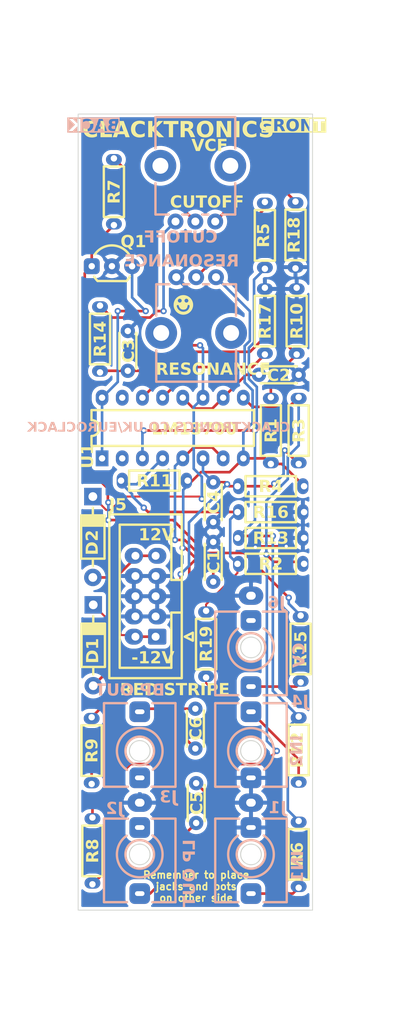
<source format=kicad_pcb>
(kicad_pcb (version 20240108) (generator "pcbnew") (generator_version "8.0")
  (layers (0 "F.Cu" signal) (31 "B.Cu" signal) (34 "B.Paste" user) (35 "F.Paste" user) (36 "B.SilkS" user "B.Silkscreen") (37 "F.SilkS" user "F.Silkscreen") (38 "B.Mask" user) (39 "F.Mask" user) (44 "Edge.Cuts" user))
  (net 0 "")
  (net 1 "Net-(C1-Pad1)")
  (net 2 "GND")
  (net 3 "Net-(C2-Pad1)")
  (net 4 "+12V")
  (net 5 "-12V")
  (net 6 "Net-(D1-K)")
  (net 7 "Net-(D2-A)")
  (net 8 "Net-(J1-PadT)")
  (net 10 "Net-(C5-Pad2)")
  (net 12 "Net-(J4-PadT)")
  (net 13 "Net-(R1-Pad1)")
  (net 14 "Net-(U1A-+)")
  (net 15 "Net-(U1C--)")
  (net 16 "Net-(R5-Pad1)")
  (net 17 "Net-(U1C-+)")
  (net 18 "Net-(R7-Pad2)")
  (net 19 "Net-(U1A--)")
  (net 22 "Net-(J6-PadT)")
  (net 24 "Net-(Q1-E)")
  (net 25 "Net-(Q1-C)")
  (net 26 "Net-(R14-Pad2)")
  (net 27 "Net-(C5-Pad1)")
  (net 28 "Net-(R18-Pad1)")
  (net 29 "Net-(C6-Pad2)")
  (net 30 "Net-(C6-Pad1)")
  (net 31 "Net-(R19-Pad2)")
  (footprint "BYOM_General:R_Axial_DIN0204_L3.6mm_D1.6mm_P7.62mm_Horizontal" (layer "F.Cu") (at 148.75 93.2 90)
    (property "Reference" "R17")
    (property "Value" "1k")
  )
  (footprint "BYOM_General:R_Axial_DIN0204_L3.6mm_D1.6mm_P7.62mm_Horizontal" (layer "F.Cu") (at 148.75 74.05 -90)
    (property "Reference" "R5")
    (property "Value" "22k")
  )
  (footprint "BYOM_General:R_Axial_DIN0204_L3.6mm_D1.6mm_P7.62mm_Horizontal" (layer "F.Cu") (at 153 138.69 -90)
    (property "Reference" "R12")
    (property "Value" "100k")
  )
  (footprint "BYOM_General:R_Axial_DIN0204_L3.6mm_D1.6mm_P7.62mm_Horizontal" (layer "F.Cu") (at 145.3 113)
    (property "Reference" "R16")
    (property "Value" "1k")
  )
  (footprint "BYOM_General:R_Axial_DIN0204_L3.6mm_D1.6mm_P7.62mm_Horizontal" (layer "F.Cu") (at 130.65 109.05)
    (property "Reference" "R11")
    (property "Value" "22k")
  )
  (footprint "BYOM_General:R_Axial_DIN0204_L3.6mm_D1.6mm_P7.62mm_Horizontal" (layer "F.Cu") (at 153 106.95 90)
    (property "Reference" "R3")
    (property "Value" "22k")
  )
  (footprint "BYOM_General:R_Axial_DIN0204_L3.6mm_D1.6mm_P7.62mm_Horizontal" (layer "F.Cu") (at 152.75 93.2 90)
    (property "Reference" "R10")
    (property "Value" "1k")
  )
  (footprint "BYOM_General:C_TH_Disc_P5.00mm" (layer "F.Cu") (at 142.25 121.75 90)
    (property "Reference" "C1")
    (property "Value" "470pF")
  )
  (footprint "BYOM_General:TO-92_Inline_Wide" (layer "F.Cu") (at 126.96 82.114175)
    (property "Reference" "Q1")
    (property "Value" "2N3906")
  )
  (footprint "BYOM_General:R_Axial_DIN0204_L3.6mm_D1.6mm_P7.62mm_Horizontal" (layer "F.Cu") (at 128 95.45 90)
    (property "Reference" "R14")
    (property "Value" "100k")
  )
  (footprint "BYOM_General:R_Axial_DIN0204_L3.6mm_D1.6mm_P7.62mm_Horizontal" (layer "F.Cu") (at 129.75 76.95 90)
    (property "Reference" "R7")
    (property "Value" "10k")
  )
  (footprint "BYOM_General:R_Axial_DIN0204_L3.6mm_D1.6mm_P7.62mm_Horizontal" (layer "F.Cu") (at 141.35 125.4 -90)
    (property "Reference" "R19")
    (property "Value" "100k")
  )
  (footprint "BYOM_General:R_Axial_DIN0204_L3.6mm_D1.6mm_P7.62mm_Horizontal" (layer "F.Cu") (at 153.25 134.382 90)
    (property "Reference" "R15")
    (property "Value" "10k")
  )
  (footprint "BYOM_General:R_Axial_DIN0204_L3.6mm_D1.6mm_P7.62mm_Horizontal" (layer "F.Cu") (at 145.3 119.5)
    (property "Reference" "R2")
    (property "Value" "100k")
  )
  (footprint "BYOM_General:C_TH_Disc_P5.00mm" (layer "F.Cu") (at 140.1 152.05 90)
    (property "Reference" "C5")
    (property "Value" "100n")
  )
  (footprint "BYOM_General:R_Axial_DIN0204_L3.6mm_D1.6mm_P7.62mm_Horizontal" (layer "F.Cu") (at 145.3 116.25)
    (property "Reference" "R13")
    (property "Value" "1k")
  )
  (footprint "BYOM_General:C_TH_Disc_P5.00mm" (layer "F.Cu") (at 142.25 114.25 90)
    (property "Reference" "C4")
    (property "Value" "100n")
  )
  (footprint "BYOM_General:DIP-16_W7.62mm_LongPads" (layer "F.Cu") (at 128.26 106.25 90)
    (property "Reference" "U1")
    (property "Value" "LM13700")
  )
  (footprint "BYOM_General:R_Axial_DIN0204_L3.6mm_D1.6mm_P7.62mm_Horizontal" (layer "F.Cu") (at 149.5 106.95 90)
    (property "Reference" "R1")
    (property "Value" "22k")
  )
  (footprint "BYOM_General:R_Axial_DIN0204_L3.6mm_D1.6mm_P7.62mm_Horizontal" (layer "F.Cu") (at 127.05 159.75 90)
    (property "Reference" "R8")
    (property "Value" "1k")
  )
  (footprint "BYOM_General:C_TH_Disc_P5.00mm" (layer "F.Cu") (at 148 95.75)
    (property "Reference" "C2")
    (property "Value" "470pF")
  )
  (footprint "BYOM_General:C_TH_Disc_P5.00mm" (layer "F.Cu") (at 131.5 95.25 90)
    (property "Reference" "C3")
    (property "Value" "100n")
  )
  (footprint "BYOM_General:IDC-Header_2x05_P2.54mm_Vertical" (layer "F.Cu") (at 135 128.65 180)
    (property "Reference" "J5")
    (property "Value" "Eurorack socket")
  )
  (footprint "BYOM_General:R_Axial_DIN0204_L3.6mm_D1.6mm_P7.62mm_Horizontal" (layer "F.Cu") (at 126.95 147.15 90)
    (property "Reference" "R9")
    (property "Value" "1k")
  )
  (footprint "BYOM_General:R_Axial_DIN0204_L3.6mm_D1.6mm_P7.62mm_Horizontal" (layer "F.Cu") (at 145.3 109.75)
    (property "Reference" "R4")
    (property "Value" "22k")
  )
  (footprint "BYOM_General:C_TH_Disc_P5.00mm" (layer "F.Cu") (at 140 142.7 90)
    (property "Reference" "C6")
    (property "Value" "100n")
  )
  (footprint "Clacktronics:face" (layer "F.Cu") (at 138.5 87)
    (property "Reference" "G***" (hide yes))
    (property "Value" "LOGO" (hide yes))
  )
  (footprint "BYOM_General:D_TH_DO-41_P10.16mm" (layer "F.Cu") (at 127.15 124.65 -90)
    (property "Reference" "D1")
    (property "Value" "1N5817")
  )
  (footprint "BYOM_General:R_Axial_DIN0204_L3.6mm_D1.6mm_P7.62mm_Horizontal" (layer "F.Cu") (at 152.6 74 -90)
    (property "Reference" "R18")
    (property "Value" "10k")
  )
  (footprint "BYOM_General:D_TH_DO-41_P10.16mm" (layer "F.Cu") (at 127.1 111.05 -90)
    (property "Reference" "D2")
    (property "Value" "1N5817")
  )
  (footprint "BYOM_General:R_Axial_DIN0204_L3.6mm_D1.6mm_P7.62mm_Horizontal" (layer "F.Cu") (at 153 151.8 -90)
    (property "Reference" "R6")
    (property "Value" "100k")
  )
  (footprint "BYOM_General:Jack_3.5mm_QingPu_WQP-PJ398SM_Vertical" (layer "B.Cu") (at 147 156)
    (property "Reference" "J1")
    (property "Value" "AUDIO IN 2")
    (fp_circle (center 0 0) (end 1.3 0) (stroke (width 0.12)) (fill none) (layer "Edge.Cuts"))
  )
  (footprint "BYOM_General:Jack_3.5mm_QingPu_WQP-PJ398SM_Vertical" (layer "B.Cu") (at 133 143 180)
    (property "Reference" "J3")
    (property "Value" "BP OUT")
    (fp_circle (center 0 0) (end 1.3 0) (stroke (width 0.12)) (fill none) (layer "Edge.Cuts"))
  )
  (footprint "BYOM_General:Jack_3.5mm_QingPu_WQP-PJ398SM_Vertical" (layer "B.Cu") (at 133 156)
    (property "Reference" "J2")
    (property "Value" "LP OUT")
    (fp_circle (center 0 0) (end 1.3 0) (stroke (width 0.12)) (fill none) (layer "Edge.Cuts"))
  )
  (footprint "BYOM_General:Jack_3.5mm_QingPu_WQP-PJ398SM_Vertical" (layer "B.Cu") (at 147 143 180)
    (property "Reference" "J4")
    (property "Value" "AUDIO IN 1")
    (fp_circle (center 0 0) (end 1.3 0) (stroke (width 0.12)) (fill none) (layer "Edge.Cuts"))
  )
  (footprint "BYOM_General:POT_TH_Alps_RK09K_Single_Vertical" (layer "B.Cu") (at 140 69 180)
    (property "Reference" "RV2" (hide yes))
    (property "Value" "100k")
  )
  (footprint "BYOM_General:POT_TH_Alps_RK09K_Single_Vertical" (layer "B.Cu") (at 140.1 91)
    (property "Reference" "RV1" (hide yes))
    (property "Value" "100k")
  )
  (footprint "BYOM_General:Jack_3.5mm_QingPu_WQP-PJ398SM_Vertical" (layer "B.Cu") (at 147 130)
    (property "Reference" "J6")
    (property "Value" "CUTOFF CV")
    (fp_circle (center 0 0) (end 1.3 0) (stroke (width 0.12)) (fill none) (layer "Edge.Cuts"))
  )
  (gr_line (start 154.75 163) (end 154.75 63) (stroke (width 0.1)) (layer "Edge.Cuts"))
  (gr_line (start 125.25 63) (end 125.25 163) (stroke (width 0.1)) (layer "Edge.Cuts"))
  (gr_line (start 125.25 163) (end 154.75 163) (stroke (width 0.1)) (layer "Edge.Cuts"))
  (gr_line (start 154.75 63) (end 125.25 63) (stroke (width 0.1)) (layer "Edge.Cuts"))
  (gr_text "RESONANCE" (at 145.5 82.4 0) (layer "B.SilkS") (effects (font (size 1.5 1.5) (thickness 0.15) (bold yes)) (justify left bottom mirror)))
  (gr_text "IN1\n" (at 153.8 155.5 90) (layer "B.SilkS") (effects (font (size 1.5 1.5) (thickness 0.15) (bold yes)) (justify left bottom mirror)))
  (gr_text "BACK" (at 130.5 65.4 0) (layer "B.SilkS" knockout) (effects (font (size 1.5 1.5) (thickness 0.3) (bold yes)) (justify left bottom mirror)))
  (gr_text "BP OUT" (at 136.15 136.3 0) (layer "B.SilkS") (effects (font (size 1.5 1.5) (thickness 0.15) (bold yes)) (justify left bottom mirror)))
  (gr_text "CUTOFF" (at 142.8 79.4 0) (layer "B.SilkS") (effects (font (size 1.5 1.5) (thickness 0.15) (bold yes)) (justify left bottom mirror)))
  (gr_text "LP OUT" (at 140.2 154.1 90) (layer "B.SilkS") (effects (font (size 1.5 1.5) (thickness 0.15) (bold yes)) (justify left bottom mirror)))
  (gr_text "CV" (at 154 129.4 90) (layer "B.SilkS") (effects (font (size 1.5 1.5) (thickness 0.15) (bold yes)) (justify left bottom mirror)))
  (gr_text "IN2" (at 153.7 141 90) (layer "B.SilkS") (effects (font (size 1.5 1.5) (thickness 0.15) (bold yes)) (justify left bottom mirror)))
  (gr_text "CLACKTRONICS.CO.UK/EUROCLACK" (at 151.9 103.1 0) (layer "B.SilkS") (effects (font (size 1.2 1.2)) (justify left bottom mirror)))
  (gr_text "FRONT" (at 148.3 65.4 0) (layer "F.SilkS" knockout) (effects (font (size 1.5 1.5) (thickness 0.3) (bold yes)) (justify left bottom)))
  (gr_text "12V" (at 132.85 116.8 0) (layer "F.SilkS") (effects (font (size 1.5 1.5)) (justify left bottom)))
  (gr_text "CLACKTRONICS" (at 125.75 66.25 0) (layer "F.SilkS") (effects (font (size 2 2)) (justify left bottom)))
  (gr_text "-12V\n" (at 131.95 132.25 0) (layer "F.SilkS") (effects (font (size 1.5 1.5)) (justify left bottom)))
  (gr_text "RED STRIPE" (at 130.5 136.25 0) (layer "F.SilkS") (effects (font (size 1.5 1.5)) (justify left bottom)))
  (gr_text "Remember to place\njacks and pots\non other side" (at 140.1 162 0) (layer "F.SilkS") (effects (font (size 0.9 0.9) (thickness 0.2) (bold yes)) (justify bottom)))
  (gr_text "CUTOFF" (at 136.8 75 0) (layer "F.SilkS") (effects (font (size 1.5 1.5) (thickness 0.15) (bold yes)) (justify left bottom)))
  (gr_text "RESONANCE" (at 135 96 0) (layer "F.SilkS") (effects (font (size 1.5 1.5) (thickness 0.15) (bold yes)) (justify left bottom)))
  (gr_text "LM13700" (at 134.5 103.5 0) (layer "F.SilkS") (effects (font (size 1.5 1.5) (thickness 0.15) (bold yes)) (justify left bottom)))
  (gr_text "VCF" (at 139.5 67.9 0) (layer "F.SilkS") (effects (font (size 1.5 1.5) (thickness 0.3) (bold yes)) (justify left bottom)))
  (segment (start 138.42 106.25) (end 139.785 104.885) (width 0.33) (layer "F.Cu") (net 1))
  (segment (start 139.785 104.885) (end 142.135 104.885) (width 0.33) (layer "F.Cu") (net 1))
  (segment (start 142.135 104.885) (end 143.5 106.25) (width 0.33) (layer "F.Cu") (net 1))
  (segment (start 138.652585 116.5) (end 137.435 116.5) (width 0.33) (layer "F.Cu") (net 1))
  (segment (start 142.25 121.75) (end 142.25 120.097415) (width 0.33) (layer "F.Cu") (net 1))
  (segment (start 142.25 120.097415) (end 138.652585 116.5) (width 0.33) (layer "F.Cu") (net 1))
  (via (at 137.435 116.5) (size 0.8) (drill 0.4) (layers "F.Cu" "B.Cu") (net 1))
  (segment (start 138.42 106.25) (end 137.435 107.235) (width 0.33) (layer "B.Cu") (net 1))
  (segment (start 137.435 107.235) (end 137.435 116.5) (width 0.33) (layer "B.Cu") (net 1))
  (segment (start 147.66 117.3) (end 147.55 117.41) (width 0.33) (layer "F.Cu") (net 2))
  (segment (start 151.44 117.3) (end 147.66 117.3) (width 0.33) (layer "F.Cu") (net 2))
  (via (at 151.44 117.3) (size 0.8) (drill 0.4) (layers "F.Cu" "B.Cu") (net 2))
  (via (at 147.55 117.41) (size 0.8) (drill 0.4) (layers "F.Cu" "B.Cu") (net 2))
  (segment (start 147.03 117.93) (end 147.03 123.47) (width 0.33) (layer "B.Cu") (net 2))
  (segment (start 151.48 116.51) (end 151.44 116.55) (width 0.33) (layer "B.Cu") (net 2))
  (segment (start 153.682 116.25) (end 151.74 116.25) (width 0.33) (layer "B.Cu") (net 2))
  (segment (start 147.03 123.47) (end 147 123.5) (width 0.33) (layer "B.Cu") (net 2))
  (segment (start 147.55 117.41) (end 147.03 117.93) (width 0.33) (layer "B.Cu") (net 2))
  (segment (start 151.74 116.25) (end 151.48 116.51) (width 0.33) (layer "B.Cu") (net 2))
  (segment (start 151.44 116.55) (end 151.44 117.3) (width 0.33) (layer "B.Cu") (net 2))
  (segment (start 142.135 99.995) (end 139.785 99.995) (width 0.33) (layer "F.Cu") (net 3))
  (segment (start 146.38 95.75) (end 143.5 98.63) (width 0.33) (layer "F.Cu") (net 3))
  (segment (start 148 95.75) (end 146.38 95.75) (width 0.33) (layer "F.Cu") (net 3))
  (segment (start 143.5 98.63) (end 142.135 99.995) (width 0.33) (layer "F.Cu") (net 3))
  (segment (start 139.785 99.995) (end 138.42 98.63) (width 0.33) (layer "F.Cu") (net 3))
  (segment (start 135 95.25) (end 138.2 92.05) (width 0.33) (layer "F.Cu") (net 4))
  (segment (start 140.516552 111.05) (end 140.815 111.348448) (width 0.25) (layer "F.Cu") (net 4))
  (segment (start 138.2 92.05) (end 140.58817 92.05) (width 0.33) (layer "F.Cu") (net 4))
  (segment (start 129.35 112.73) (end 131.03 111.05) (width 0.25) (layer "F.Cu") (net 4))
  (segment (start 131.03 111.05) (end 140.516552 111.05) (width 0.25) (layer "F.Cu") (net 4))
  (segment (start 131.5 95.25) (end 135 95.25) (width 0.33) (layer "F.Cu") (net 4))
  (segment (start 140.806552 111.34) (end 140.815 111.348448) (width 0.33) (layer "F.Cu") (net 4))
  (segment (start 128.2 95.25) (end 131.5 95.25) (width 0.33) (layer "F.Cu") (net 4))
  (segment (start 128.78 112.73) (end 129.35 112.73) (width 0.25) (layer "F.Cu") (net 4))
  (segment (start 127.1 111.05) (end 128.78 112.73) (width 0.25) (layer "F.Cu") (net 4))
  (via (at 140.815 111.348448) (size 0.8) (drill 0.4) (layers "F.Cu" "B.Cu") (net 4))
  (via (at 140.58817 92.05) (size 0.8) (drill 0.4) (layers "F.Cu" "B.Cu") (net 4))
  (segment (start 139.795 99.795) (end 139.795 107.544534) (width 0.33) (layer "B.Cu") (net 4))
  (segment (start 139.795 107.544534) (end 140.815 108.564534) (width 0.33) (layer "B.Cu") (net 4))
  (segment (start 140.96 98.63) (end 140.96 92.42183) (width 0.33) (layer "B.Cu") (net 4))
  (segment (start 140.815 108.564534) (end 140.815 111.348448) (width 0.33) (layer "B.Cu") (net 4))
  (segment (start 140.96 98.63) (end 139.795 99.795) (width 0.33) (layer "B.Cu") (net 4))
  (segment (start 140.96 92.42183) (end 140.58817 92.05) (width 0.33) (layer "B.Cu") (net 4))
  (segment (start 143.75 109.25) (end 144 109.5) (width 0.33) (layer "F.Cu") (net 5))
  (segment (start 138.15 129.616668) (end 138.15 120.8) (width 0.33) (layer "F.Cu") (net 5))
  (segment (start 128.249999 133.710001) (end 134.056667 133.710001) (width 0.33) (layer "F.Cu") (net 5))
  (segment (start 145.3 109.75) (end 149.597414 109.75) (width 0.33) (layer "F.Cu") (net 5))
  (segment (start 151.25 105.25) (end 151.3 105.25) (width 0.33) (layer "F.Cu") (net 5))
  (segment (start 127.15 134.81) (end 128.249999 133.710001) (width 0.33) (layer "F.Cu") (net 5))
  (segment (start 134.056667 133.710001) (end 138.15 129.616668) (width 0.33) (layer "F.Cu") (net 5))
  (segment (start 149.597414 109.75) (end 149.923707 109.423707) (width 0.33) (layer "F.Cu") (net 5))
  (segment (start 142.25 109.25) (end 143.75 109.25) (width 0.33) (layer "F.Cu") (net 5))
  (segment (start 145.3 109.75) (end 144.25 109.75) (width 0.33) (layer "F.Cu") (net 5))
  (segment (start 151.3 105.25) (end 153 106.95) (width 0.33) (layer "F.Cu") (net 5))
  (segment (start 144.25 109.75) (end 144 109.5) (width 0.33) (layer "F.Cu") (net 5))
  (via (at 151.25 105.25) (size 0.8) (drill 0.4) (layers "F.Cu" "B.Cu") (net 5))
  (via (at 149.923707 109.423707) (size 0.8) (drill 0.4) (layers "F.Cu" "B.Cu") (net 5))
  (via (at 138.15 120.8) (size 0.8) (drill 0.4) (layers "F.Cu" "B.Cu") (net 5))
  (via (at 144 109.5) (size 0.8) (drill 0.4) (layers "F.Cu" "B.Cu") (net 5))
  (segment (start 144 109.5) (end 139.2 114.3) (width 0.33) (layer "B.Cu") (net 5))
  (segment (start 139.2 114.3) (end 139.2 119.75) (width 0.33) (layer "B.Cu") (net 5))
  (segment (start 151.25 105.25) (end 151.105 105.395) (width 0.33) (layer "B.Cu") (net 5))
  (segment (start 140.96 107.96) (end 140.96 106.25) (width 0.33) (layer "B.Cu") (net 5))
  (segment (start 151.105 105.395) (end 151.105 108.242414) (width 0.33) (layer "B.Cu") (net 5))
  (segment (start 142.25 109.25) (end 140.96 107.96) (width 0.33) (layer "B.Cu") (net 5))
  (segment (start 151.105 108.242414) (end 149.923707 109.423707) (width 0.33) (layer "B.Cu") (net 5))
  (segment (start 139.2 119.75) (end 138.15 120.8) (width 0.33) (layer "B.Cu") (net 5))
  (segment (start 132.46 128.65) (end 135 128.65) (width 0.33) (layer "F.Cu") (net 6))
  (segment (start 130.6 128.45) (end 132.26 128.45) (width 0.25) (layer "F.Cu") (net 6))
  (segment (start 127.15 124.65) (end 130.6 128.1) (width 0.25) (layer "F.Cu") (net 6))
  (segment (start 132.26 128.45) (end 132.46 128.65) (width 0.25) (layer "F.Cu") (net 6))
  (segment (start 130.6 128.1) (end 130.6 128.45) (width 0.25) (layer "F.Cu") (net 6))
  (segment (start 129.99 121.21) (end 132.46 118.74) (width 0.33) (layer "F.Cu") (net 7))
  (segment (start 132.46 118.74) (end 132.46 118.49) (width 0.33) (layer "F.Cu") (net 7))
  (segment (start 127.1 121.21) (end 129.99 121.21) (width 0.33) (layer "F.Cu") (net 7))
  (segment (start 132.46 118.49) (end 135 118.49) (width 0.33) (layer "F.Cu") (net 7))
  (segment (start 152.262 160.92) (end 153 160.182) (width 0.33) (layer "F.Cu") (net 8))
  (segment (start 147 160.92) (end 152.262 160.92) (width 0.33) (layer "F.Cu") (net 8))
  (segment (start 141.8 148.75) (end 141.8 153.42) (width 0.33) (layer "F.Cu") (net 10))
  (segment (start 140.1 147.05) (end 141.8 148.75) (width 0.33) (layer "F.Cu") (net 10))
  (segment (start 141.8 153.42) (end 134.3 160.92) (width 0.33) (layer "F.Cu") (net 10))
  (segment (start 134.3 160.92) (end 133 160.92) (width 0.33) (layer "F.Cu") (net 10))
  (segment (start 153 144.08) (end 147 138.08) (width 0.33) (layer "F.Cu") (net 12))
  (segment (start 153 147.072) (end 153 144.08) (width 0.33) (layer "F.Cu") (net 12))
  (segment (start 139.235 129.105) (end 140.115 129.985) (width 0.33) (layer "F.Cu") (net 13))
  (segment (start 134.9 135.2) (end 140.115 129.985) (width 0.33) (layer "F.Cu") (net 13))
  (segment (start 130.518 135.2) (end 134.9 135.2) (width 0.33) (layer "F.Cu") (net 13))
  (segment (start 139.235 119.742415) (end 139.235 129.105) (width 0.33) (layer "F.Cu") (net 13))
  (segment (start 126.95 138.768) (end 130.518 135.2) (width 0.33) (layer "F.Cu") (net 13))
  (segment (start 140.115 118.862415) (end 139.235 119.742415) (width 0.33) (layer "F.Cu") (net 13))
  (segment (start 146.04 106.25) (end 144.305 107.985) (width 0.33) (layer "F.Cu") (net 13))
  (segment (start 140.697 107.985) (end 139.182 109.5) (width 0.33) (layer "F.Cu") (net 13))
  (segment (start 148.8 106.25) (end 149.5 106.95) (width 0.33) (layer "F.Cu") (net 13))
  (segment (start 144.305 107.985) (end 140.697 107.985) (width 0.33) (layer "F.Cu") (net 13))
  (segment (start 140.115 118.862415) (end 138.752585 117.5) (width 0.33) (layer "F.Cu") (net 13))
  (segment (start 146.04 106.25) (end 148.8 106.25) (width 0.33) (layer "F.Cu") (net 13))
  (segment (start 153.682 109.75) (end 150.882 106.95) (width 0.33) (layer "F.Cu") (net 13))
  (segment (start 138.752585 117.5) (end 138.4 117.5) (width 0.33) (layer "F.Cu") (net 13))
  (segment (start 150.882 106.95) (end 149.5 106.95) (width 0.33) (layer "F.Cu") (net 13))
  (via (at 138.4 117.5) (size 0.8) (drill 0.4) (layers "F.Cu" "B.Cu") (net 13))
  (segment (start 146.04 102.96) (end 146.04 106.25) (width 0.33) (layer "B.Cu") (net 13))
  (segment (start 146.205 92.139616) (end 146.205 96.705) (width 0.33) (layer "B.Cu") (net 13))
  (segment (start 146.205 96.705) (end 147.205 97.705) (width 0.33) (layer "B.Cu") (net 13))
  (segment (start 146.865 91.479616) (end 146.865 87.765) (width 0.33) (layer "B.Cu") (net 13))
  (segment (start 146.865 87.765) (end 142.6 83.5) (width 0.33) (layer "B.Cu") (net 13))
  (segment (start 147.205 97.705) (end 147.205 101.795) (width 0.33) (layer "B.Cu") (net 13))
  (segment (start 147.205 101.795) (end 146.04 102.96) (width 0.33) (layer "B.Cu") (net 13))
  (segment (start 146.865 91.479616) (end 146.205 92.139616) (width 0.33) (layer "B.Cu") (net 13))
  (segment (start 138.4 117.5) (end 138.47 117.43) (width 0.33) (layer "B.Cu") (net 13))
  (segment (start 138.47 110.212) (end 139.182 109.5) (width 0.33) (layer "B.Cu") (net 13))
  (segment (start 138.47 117.43) (end 138.47 110.212) (width 0.33) (layer "B.Cu") (net 13))
  (segment (start 133.34 98.63) (end 139.105 92.865) (width 0.33) (layer "F.Cu") (net 14))
  (segment (start 148.25 91.5) (end 151.05 91.5) (width 0.33) (layer "F.Cu") (net 14))
  (segment (start 151.05 91.5) (end 152.75 93.2) (width 0.33) (layer "F.Cu") (net 14))
  (segment (start 146.885 92.865) (end 148.25 91.5) (width 0.33) (layer "F.Cu") (net 14))
  (segment (start 139.105 92.865) (end 146.885 92.865) (width 0.33) (layer "F.Cu") (net 14))
  (segment (start 149.5 98.568) (end 149.5 96.45) (width 0.33) (layer "F.Cu") (net 14))
  (segment (start 149.5 96.45) (end 152.75 93.2) (width 0.33) (layer "F.Cu") (net 14))
  (segment (start 141.35 125.4) (end 141.35 124.6) (width 0.25) (layer "F.Cu") (net 15))
  (segment (start 134.045 112.985) (end 145.285 112.985) (width 0.33) (layer "F.Cu") (net 15))
  (segment (start 133.51 112.45) (end 134.045 112.985) (width 0.33) (layer "F.Cu") (net 15))
  (segment (start 141.35 124.6) (end 145.3 120.65) (width 0.25) (layer "F.Cu") (net 15))
  (segment (start 145.3 120.65) (end 145.3 119.5) (width 0.25) (layer "F.Cu") (net 15))
  (via (at 133.51 112.45) (size 0.8) (drill 0.4) (layers "F.Cu" "B.Cu") (net 15))
  (segment (start 132.63 109.5) (end 135.88 106.25) (width 0.33) (layer "B.Cu") (net 15))
  (segment (start 145.3 119.5) (end 144.385 118.585) (width 0.33) (layer "B.Cu") (net 15))
  (segment (start 133.51 112.45) (end 132.04 110.98) (width 0.33) (layer "B.Cu") (net 15))
  (segment (start 132.04 110.74) (end 131.25 109.95) (width 0.33) (layer "B.Cu") (net 15))
  (segment (start 130.8 109.5) (end 132.63 109.5) (width 0.33) (layer "B.Cu") (net 15))
  (segment (start 132.04 110.98) (end 132.04 110.74) (width 0.33) (layer "B.Cu") (net 15))
  (segment (start 144.385 118.585) (end 144.385 113.915) (width 0.33) (layer "B.Cu") (net 15))
  (segment (start 144.385 113.915) (end 145.3 113) (width 0.33) (layer "B.Cu") (net 15))
  (segment (start 148.75 74.85) (end 140.1 83.5) (width 0.33) (layer "F.Cu") (net 16))
  (segment (start 148.75 74.05) (end 148.75 74.85) (width 0.33) (layer "F.Cu") (net 16))
  (segment (start 149.75 116) (end 145.55 116) (width 0.33) (layer "F.Cu") (net 17))
  (segment (start 133.5 102.75) (end 147.5 102.75) (width 0.33) (layer "F.Cu") (net 17))
  (via (at 147.5 102.75) (size 0.8) (drill 0.4) (layers "F.Cu" "B.Cu") (net 17))
  (via (at 149.75 116) (size 0.8) (drill 0.4) (layers "F.Cu" "B.Cu") (net 17))
  (via (at 133.5 102.75) (size 0.8) (drill 0.4) (layers "F.Cu" "B.Cu") (net 17))
  (segment (start 147.385 87.535467) (end 147.385 83.797) (width 0.33) (layer "B.Cu") (net 17))
  (segment (start 147.735 97.273981) (end 146.735 96.273981) (width 0.33) (layer "B.Cu") (net 17))
  (segment (start 151.635 140.055) (end 153 138.69) (width 0.33) (layer "B.Cu") (net 17))
  (segment (start 145.3 116.25) (end 147.5 114.05) (width 0.33) (layer "B.Cu") (net 17))
  (segment (start 153 138.69) (end 149.75 135.44) (width 0.33) (layer "B.Cu") (net 17))
  (segment (start 147.395 91.699149) (end 147.395 87.545466) (width 0.33) (layer "B.Cu") (net 17))
  (segment (start 149.75 135.44) (end 149.75 116) (width 0.33) (layer "B.Cu") (net 17))
  (segment (start 133.34 102.91) (end 133.5 102.75) (width 0.33) (layer "B.Cu") (net 17))
  (segment (start 147.735 102.515) (end 147.735 97.273981) (width 0.33) (layer "B.Cu") (net 17))
  (segment (start 147.385 83.797) (end 148.75 82.432) (width 0.33) (layer "B.Cu") (net 17))
  (segment (start 146.735 96.273981) (end 146.735 92.359149) (width 0.33) (layer "B.Cu") (net 17))
  (segment (start 147.5 102.75) (end 147.735 102.515) (width 0.33) (layer "B.Cu") (net 17))
  (segment (start 151.635 150.435) (end 151.635 140.055) (width 0.33) (layer "B.Cu") (net 17))
  (segment (start 146.735 92.359149) (end 147.395 91.699149) (width 0.33) (layer "B.Cu") (net 17))
  (segment (start 153 151.8) (end 151.635 150.435) (width 0.33) (layer "B.Cu") (net 17))
  (segment (start 133.34 106.25) (end 133.34 102.91) (width 0.33) (layer "B.Cu") (net 17))
  (segment (start 147.395 87.545466) (end 147.385 87.535467) (width 0.33) (layer "B.Cu") (net 17))
  (segment (start 147.5 114.05) (end 147.5 102.75) (width 0.33) (layer "B.Cu") (net 17))
  (segment (start 134.932 73.75) (end 129.75 68.568) (width 0.33) (layer "F.Cu") (net 18))
  (segment (start 137.25 73.75) (end 134.932 73.75) (width 0.33) (layer "F.Cu") (net 18))
  (segment (start 140 76.5) (end 137.25 73.75) (width 0.33) (layer "F.Cu") (net 18))
  (segment (start 147.17 94.78) (end 148.75 93.2) (width 0.33) (layer "F.Cu") (net 19))
  (segment (start 139.73 94.78) (end 147.17 94.78) (width 0.33) (layer "F.Cu") (net 19))
  (segment (start 135.88 98.63) (end 139.73 94.78) (width 0.33) (layer "F.Cu") (net 19))
  (segment (start 152.712 134.92) (end 153.25 134.382) (width 0.33) (layer "F.Cu") (net 22))
  (segment (start 147 134.92) (end 152.712 134.92) (width 0.33) (layer "F.Cu") (net 22))
  (segment (start 128.99 110.05) (end 128.99 111.73) (width 0.33) (layer "F.Cu") (net 24))
  (segment (start 126.88 107.95) (end 126.89 107.95) (width 0.33) (layer "F.Cu") (net 24))
  (segment (start 151.75 123.749996) (end 146.135004 118.135) (width 0.33) (layer "F.Cu") (net 24))
  (segment (start 126.08 107.15) (end 126.88 107.95) (width 0.33) (layer "F.Cu") (net 24))
  (segment (start 128.99 111.73) (end 129.05 111.79) (width 0.33) (layer "F.Cu") (net 24))
  (segment (start 126.08 82.994175) (end 126.96 82.114175) (width 0.33) (layer "F.Cu") (net 24))
  (segment (start 126.08 82.994175) (end 126.08 107.15) (width 0.33) (layer "F.Cu") (net 24))
  (segment (start 137.201059 114) (end 129.03 114) (width 0.33) (layer "F.Cu") (net 24))
  (segment (start 141.336059 118.135) (end 137.201059 114) (width 0.33) (layer "F.Cu") (net 24))
  (segment (start 126.96 79.74) (end 129.75 76.95) (width 0.33) (layer "F.Cu") (net 24))
  (segment (start 126.89 107.95) (end 128.99 110.05) (width 0.33) (layer "F.Cu") (net 24))
  (segment (start 126.96 82.114175) (end 126.96 79.74) (width 0.33) (layer "F.Cu") (net 24))
  (segment (start 146.135004 118.135) (end 141.336059 118.135) (width 0.33) (layer "F.Cu") (net 24))
  (via (at 129.03 114) (size 0.8) (drill 0.4) (layers "F.Cu" "B.Cu") (net 24))
  (via (at 129.05 111.79) (size 0.8) (drill 0.4) (layers "F.Cu" "B.Cu") (net 24))
  (via (at 151.75 123.749996) (size 0.8) (drill 0.4) (layers "F.Cu" "B.Cu") (net 24))
  (segment (start 129.05 113.98) (end 129.03 114) (width 0.33) (layer "B.Cu") (net 24))
  (segment (start 129.05 111.79) (end 129.05 113.98) (width 0.33) (layer "B.Cu") (net 24))
  (segment (start 153.25 126) (end 151.75 124.5) (width 0.33) (layer "B.Cu") (net 24))
  (segment (start 151.75 124.5) (end 151.75 123.749996) (width 0.33) (layer "B.Cu") (net 24))
  (segment (start 130.235 87.75) (end 133.75 87.75) (width 0.33) (layer "F.Cu") (net 25))
  (via (at 133.75 87.75) (size 0.8) (drill 0.4) (layers "F.Cu" "B.Cu") (net 25))
  (via (at 130.235 87.75) (size 0.8) (drill 0.4) (layers "F.Cu" "B.Cu") (net 25))
  (segment (start 130.235 96.655) (end 130.235 87.75) (width 0.33) (layer "B.Cu") (net 25))
  (segment (start 128.26 98.63) (end 130.235 96.655) (width 0.33) (layer "B.Cu") (net 25))
  (segment (start 128.26 98.63) (end 128.26 106.25) (width 0.33) (layer "B.Cu") (net 25))
  (segment (start 132.04 86.04) (end 133.75 87.75) (width 0.33) (layer "B.Cu") (net 25))
  (segment (start 132.04 82.114175) (end 132.04 86.04) (width 0.33) (layer "B.Cu") (net 25))
  (segment (start 128 87.068) (end 129.497 88.565) (width 0.33) (layer "F.Cu") (net 26))
  (segment (start 135.105384 87.75) (end 136.000002 87.75) (width 0.33) (layer "F.Cu") (net 26))
  (segment (start 134.290384 88.565) (end 135.105384 87.75) (width 0.33) (layer "F.Cu") (net 26))
  (segment (start 129.497 88.565) (end 134.290384 88.565) (width 0.33) (layer "F.Cu") (net 26))
  (via (at 136.000002 87.75) (size 0.8) (drill 0.4) (layers "F.Cu" "B.Cu") (net 26))
  (segment (start 136.000002 77.999998) (end 137.5 76.5) (width 0.33) (layer "B.Cu") (net 26))
  (segment (start 136.000002 77.999998) (end 136.000002 87.75) (width 0.33) (layer "B.Cu") (net 26))
  (segment (start 133.8 158.35) (end 140.1 152.05) (width 0.33) (layer "F.Cu") (net 27))
  (segment (start 128.45 158.35) (end 133.8 158.35) (width 0.33) (layer "F.Cu") (net 27))
  (segment (start 127.05 159.75) (end 128.45 158.35) (width 0.33) (layer "F.Cu") (net 27))
  (segment (start 146.8 72.2) (end 150.8 72.2) (width 0.33) (layer "F.Cu") (net 28))
  (segment (start 142.5 76.5) (end 146.8 72.2) (width 0.33) (layer "F.Cu") (net 28))
  (segment (start 150.8 72.2) (end 152.6 74) (width 0.33) (layer "F.Cu") (net 28))
  (segment (start 140 137.7) (end 133.38 137.7) (width 0.33) (layer "F.Cu") (net 29))
  (segment (start 133.38 137.7) (end 133 138.08) (width 0.33) (layer "F.Cu") (net 29))
  (segment (start 131.5 140.3) (end 137.6 140.3) (width 0.33) (layer "F.Cu") (net 30))
  (segment (start 126.95 147.15) (end 126.95 144.85) (width 0.33) (layer "F.Cu") (net 30))
  (segment (start 137.6 140.3) (end 140 142.7) (width 0.33) (layer "F.Cu") (net 30))
  (segment (start 126.95 144.85) (end 131.5 140.3) (width 0.33) (layer "F.Cu") (net 30))
  (segment (start 141.35 133.782) (end 141.35 134.482) (width 0.25) (layer "F.Cu") (net 31))
  (segment (start 153.432 119.25) (end 149.863388 119.25) (width 0.33) (layer "F.Cu") (net 31))
  (segment (start 149.863388 119.25) (end 148.935 118.321612) (width 0.33) (layer "F.Cu") (net 31))
  (segment (start 141.35 134.482) (end 143 136.132) (width 0.25) (layer "F.Cu") (net 31))
  (segment (start 143 136.132) (end 143 144.65) (width 0.25) (layer "F.Cu") (net 31))
  (segment (start 151.785 99.783) (end 153 98.568) (width 0.33) (layer "F.Cu") (net 31))
  (segment (start 143 144.65) (end 148.6 144.65) (width 0.33) (layer "F.Cu") (net 31))
  (segment (start 147.193 99.783) (end 151.785 99.783) (width 0.33) (layer "F.Cu") (net 31))
  (segment (start 148.6 144.65) (end 150.25 143) (width 0.33) (layer "F.Cu") (net 31))
  (segment (start 127.05 149.45) (end 131.85 144.65) (width 0.33) (layer "F.Cu") (net 31))
  (segment (start 146.04 98.63) (end 147.193 99.783) (width 0.33) (layer "F.Cu") (net 31))
  (segment (start 131.85 144.65) (end 143 144.65) (width 0.33) (layer "F.Cu") (net 31))
  (segment (start 127.05 151.368) (end 127.05 149.45) (width 0.33) (layer "F.Cu") (net 31))
  (via (at 150.25 143) (size 0.8) (drill 0.4) (layers "F.Cu" "B.Cu") (net 31))
  (via (at 148.935 118.321612) (size 0.8) (drill 0.4) (layers "F.Cu" "B.Cu") (net 31))
  (segment (start 148.935 118.321612) (end 149 118.386612) (width 0.33) (layer "B.Cu") (net 31))
  (segment (start 149 118.386612) (end 149 141.75) (width 0.33) (layer "B.Cu") (net 31))
  (segment (start 151.635 106.017585) (end 151.635 108.865) (width 0.33) (layer "B.Cu") (net 31))
  (segment (start 149 141.75) (end 150.25 143) (width 0.33) (layer "B.Cu") (net 31))
  (segment (start 151.635 108.865) (end 148.935 111.565) (width 0.33) (layer "B.Cu") (net 31))
  (segment (start 153 98.568) (end 153 104.652585) (width 0.33) (layer "B.Cu") (net 31))
  (segment (start 148.935 111.565) (end 148.935 118.321612) (width 0.33) (layer "B.Cu") (net 31))
  (segment (start 153 104.652585) (end 151.635 106.017585) (width 0.33) (layer "B.Cu") (net 31))
  (zone (net 2) (net_name "GND") (layer "B.Cu") (connect_pads (clearance 0.5)) (min_thickness 0.25) (fill yes (thermal_gap 0.5) (thermal_bridge_width 0.5))
    (polygon (pts (xy 155.25 163.25) (xy 124.75 163.5) (xy 124.75 62.75) (xy 155.25 62.75)))
  )
  (zone (net 0) (net_name "") (layers "B.Cu" "B.Mask") (connect_pads (clearance 0)) (min_thickness 0.25)
    (keepout (tracks not_allowed) (vias not_allowed) (pads not_allowed) (copperpour not_allowed) (footprints allowed))
    (fill (thermal_gap 0.5) (thermal_bridge_width 0.5))
    (polygon (pts (xy 134.75 156) (xy 134.730454 155.739176) (xy 134.672252 155.484178) (xy 134.576696 155.240703) (xy 134.445918 155.01419) (xy 134.282841 154.809698) (xy 134.091107 154.631795) (xy 133.875 154.484456) (xy 133.639347 154.370971) (xy 133.389412 154.293876) (xy 133.130778 154.254893) (xy 132.869222 154.254893) (xy 132.610588 154.293876) (xy 132.360653 154.370971) (xy 132.125 154.484456) (xy 131.908893 154.631795) (xy 131.717159 154.809698) (xy 131.554082 155.01419) (xy 131.423304 155.240703) (xy 131.327748 155.484178) (xy 131.269546 155.739176) (xy 131.25 156) (xy 131.269546 156.260824) (xy 131.327748 156.515822) (xy 131.423304 156.759297) (xy 131.554082 156.98581) (xy 131.717159 157.190302) (xy 131.908893 157.368205) (xy 132.125 157.515544) (xy 132.360653 157.629029) (xy 132.610588 157.706124) (xy 132.869222 157.745107) (xy 133.130778 157.745107) (xy 133.389412 157.706124) (xy 133.639347 157.629029) (xy 133.875 157.515544) (xy 134.091107 157.368205) (xy 134.282841 157.190302) (xy 134.445918 156.98581) (xy 134.576696 156.759297) (xy 134.672252 156.515822) (xy 134.730454 156.260824)))
  )
  (zone (net 0) (net_name "") (layers "B.Cu" "B.Mask") (connect_pads (clearance 0)) (min_thickness 0.25)
    (keepout (tracks not_allowed) (vias not_allowed) (pads not_allowed) (copperpour not_allowed) (footprints allowed))
    (fill (thermal_gap 0.5) (thermal_bridge_width 0.5))
    (polygon (pts (xy 134.75 143) (xy 134.730454 142.739176) (xy 134.672252 142.484178) (xy 134.576696 142.240703) (xy 134.445918 142.01419) (xy 134.282841 141.809698) (xy 134.091107 141.631795) (xy 133.875 141.484456) (xy 133.639347 141.370971) (xy 133.389412 141.293876) (xy 133.130778 141.254893) (xy 132.869222 141.254893) (xy 132.610588 141.293876) (xy 132.360653 141.370971) (xy 132.125 141.484456) (xy 131.908893 141.631795) (xy 131.717159 141.809698) (xy 131.554082 142.01419) (xy 131.423304 142.240703) (xy 131.327748 142.484178) (xy 131.269546 142.739176) (xy 131.25 143) (xy 131.269546 143.260824) (xy 131.327748 143.515822) (xy 131.423304 143.759297) (xy 131.554082 143.98581) (xy 131.717159 144.190302) (xy 131.908893 144.368205) (xy 132.125 144.515544) (xy 132.360653 144.629029) (xy 132.610588 144.706124) (xy 132.869222 144.745107) (xy 133.130778 144.745107) (xy 133.389412 144.706124) (xy 133.639347 144.629029) (xy 133.875 144.515544) (xy 134.091107 144.368205) (xy 134.282841 144.190302) (xy 134.445918 143.98581) (xy 134.576696 143.759297) (xy 134.672252 143.515822) (xy 134.730454 143.260824)))
  )
  (zone (net 0) (net_name "") (layers "B.Cu" "B.Mask") (connect_pads (clearance 0)) (min_thickness 0.25)
    (keepout (tracks not_allowed) (vias not_allowed) (pads not_allowed) (copperpour not_allowed) (footprints allowed))
    (fill (thermal_gap 0.5) (thermal_bridge_width 0.5))
    (polygon (pts (xy 148.75 156) (xy 148.730454 155.739176) (xy 148.672252 155.484178) (xy 148.576696 155.240703) (xy 148.445918 155.01419) (xy 148.282841 154.809698) (xy 148.091107 154.631795) (xy 147.875 154.484456) (xy 147.639347 154.370971) (xy 147.389412 154.293876) (xy 147.130778 154.254893) (xy 146.869222 154.254893) (xy 146.610588 154.293876) (xy 146.360653 154.370971) (xy 146.125 154.484456) (xy 145.908893 154.631795) (xy 145.717159 154.809698) (xy 145.554082 155.01419) (xy 145.423304 155.240703) (xy 145.327748 155.484178) (xy 145.269546 155.739176) (xy 145.25 156) (xy 145.269546 156.260824) (xy 145.327748 156.515822) (xy 145.423304 156.759297) (xy 145.554082 156.98581) (xy 145.717159 157.190302) (xy 145.908893 157.368205) (xy 146.125 157.515544) (xy 146.360653 157.629029) (xy 146.610588 157.706124) (xy 146.869222 157.745107) (xy 147.130778 157.745107) (xy 147.389412 157.706124) (xy 147.639347 157.629029) (xy 147.875 157.515544) (xy 148.091107 157.368205) (xy 148.282841 157.190302) (xy 148.445918 156.98581) (xy 148.576696 156.759297) (xy 148.672252 156.515822) (xy 148.730454 156.260824)))
  )
  (zone (net 0) (net_name "") (layers "B.Cu" "B.Mask") (connect_pads (clearance 0)) (min_thickness 0.25)
    (keepout (tracks not_allowed) (vias not_allowed) (pads not_allowed) (copperpour not_allowed) (footprints allowed))
    (fill (thermal_gap 0.5) (thermal_bridge_width 0.5))
    (polygon (pts (xy 148.75 130) (xy 148.730454 129.739176) (xy 148.672252 129.484178) (xy 148.576696 129.240703) (xy 148.445918 129.01419) (xy 148.282841 128.809698) (xy 148.091107 128.631795) (xy 147.875 128.484456) (xy 147.639347 128.370971) (xy 147.389412 128.293876) (xy 147.130778 128.254893) (xy 146.869222 128.254893) (xy 146.610588 128.293876) (xy 146.360653 128.370971) (xy 146.125 128.484456) (xy 145.908893 128.631795) (xy 145.717159 128.809698) (xy 145.554082 129.01419) (xy 145.423304 129.240703) (xy 145.327748 129.484178) (xy 145.269546 129.739176) (xy 145.25 130) (xy 145.269546 130.260824) (xy 145.327748 130.515822) (xy 145.423304 130.759297) (xy 145.554082 130.98581) (xy 145.717159 131.190302) (xy 145.908893 131.368205) (xy 146.125 131.515544) (xy 146.360653 131.629029) (xy 146.610588 131.706124) (xy 146.869222 131.745107) (xy 147.130778 131.745107) (xy 147.389412 131.706124) (xy 147.639347 131.629029) (xy 147.875 131.515544) (xy 148.091107 131.368205) (xy 148.282841 131.190302) (xy 148.445918 130.98581) (xy 148.576696 130.759297) (xy 148.672252 130.515822) (xy 148.730454 130.260824)))
  )
  (zone (net 0) (net_name "") (layers "B.Cu" "F.CrtYd") (connect_pads (clearance 0)) (min_thickness 0.25)
    (keepout (tracks not_allowed) (vias not_allowed) (pads not_allowed) (copperpour not_allowed) (footprints allowed))
    (fill (thermal_gap 0.5) (thermal_bridge_width 0.5))
    (polygon (pts (xy 148.75 143) (xy 148.730454 142.739176) (xy 148.672252 142.484178) (xy 148.576696 142.240703) (xy 148.445918 142.01419) (xy 148.282841 141.809698) (xy 148.091107 141.631795) (xy 147.875 141.484456) (xy 147.639347 141.370971) (xy 147.389412 141.293876) (xy 147.130778 141.254893) (xy 146.869222 141.254893) (xy 146.610588 141.293876) (xy 146.360653 141.370971) (xy 146.125 141.484456) (xy 145.908893 141.631795) (xy 145.717159 141.809698) (xy 145.554082 142.01419) (xy 145.423304 142.240703) (xy 145.327748 142.484178) (xy 145.269546 142.739176) (xy 145.25 143) (xy 145.269546 143.260824) (xy 145.327748 143.515822) (xy 145.423304 143.759297) (xy 145.554082 143.98581) (xy 145.717159 144.190302) (xy 145.908893 144.368205) (xy 146.125 144.515544) (xy 146.360653 144.629029) (xy 146.610588 144.706124) (xy 146.869222 144.745107) (xy 147.130778 144.745107) (xy 147.389412 144.706124) (xy 147.639347 144.629029) (xy 147.875 144.515544) (xy 148.091107 144.368205) (xy 148.282841 144.190302) (xy 148.445918 143.98581) (xy 148.576696 143.759297) (xy 148.672252 143.515822) (xy 148.730454 143.260824)))
  )
)
</source>
